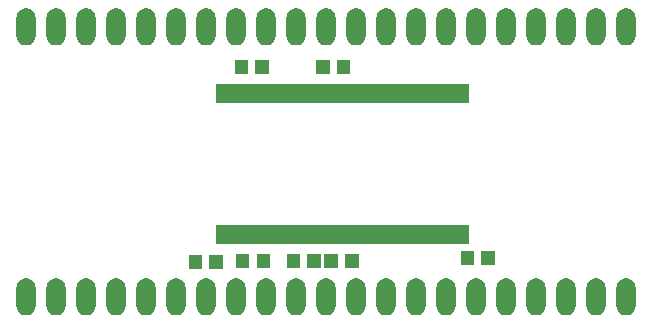
<source format=gts>
G04 #@! TF.GenerationSoftware,KiCad,Pcbnew,(5.0.2)-1*
G04 #@! TF.CreationDate,2019-01-04T01:39:08+09:00*
G04 #@! TF.ProjectId,sdram,73647261-6d2e-46b6-9963-61645f706362,v1.0*
G04 #@! TF.SameCoordinates,Original*
G04 #@! TF.FileFunction,Soldermask,Top*
G04 #@! TF.FilePolarity,Negative*
%FSLAX46Y46*%
G04 Gerber Fmt 4.6, Leading zero omitted, Abs format (unit mm)*
G04 Created by KiCad (PCBNEW (5.0.2)-1) date 2019/01/04 1:39:08*
%MOMM*%
%LPD*%
G01*
G04 APERTURE LIST*
%ADD10C,0.150000*%
G04 APERTURE END LIST*
D10*
G36*
X153829376Y-51776764D02*
X153931543Y-51807756D01*
X153982628Y-51823252D01*
X154123865Y-51898745D01*
X154247659Y-52000341D01*
X154349255Y-52124135D01*
X154424748Y-52265372D01*
X154424748Y-52265373D01*
X154471236Y-52418624D01*
X154483000Y-52538067D01*
X154483000Y-54141933D01*
X154471236Y-54261376D01*
X154440244Y-54363543D01*
X154424748Y-54414628D01*
X154349255Y-54555865D01*
X154247659Y-54679659D01*
X154123863Y-54781255D01*
X154058120Y-54816395D01*
X153982627Y-54856748D01*
X153931542Y-54872244D01*
X153829375Y-54903236D01*
X153670000Y-54918933D01*
X153510624Y-54903236D01*
X153408457Y-54872244D01*
X153357372Y-54856748D01*
X153216135Y-54781255D01*
X153092341Y-54679659D01*
X152990746Y-54555864D01*
X152915252Y-54414627D01*
X152899756Y-54363542D01*
X152868764Y-54261375D01*
X152857000Y-54141932D01*
X152857001Y-52538067D01*
X152868765Y-52418624D01*
X152915253Y-52265373D01*
X152915253Y-52265372D01*
X152990746Y-52124135D01*
X153092342Y-52000341D01*
X153216136Y-51898745D01*
X153357373Y-51823252D01*
X153408458Y-51807756D01*
X153510625Y-51776764D01*
X153670000Y-51761067D01*
X153829376Y-51776764D01*
X153829376Y-51776764D01*
G37*
G36*
X143669376Y-51776764D02*
X143771543Y-51807756D01*
X143822628Y-51823252D01*
X143963865Y-51898745D01*
X144087659Y-52000341D01*
X144189255Y-52124135D01*
X144264748Y-52265372D01*
X144264748Y-52265373D01*
X144311236Y-52418624D01*
X144323000Y-52538067D01*
X144323000Y-54141933D01*
X144311236Y-54261376D01*
X144280244Y-54363543D01*
X144264748Y-54414628D01*
X144189255Y-54555865D01*
X144087659Y-54679659D01*
X143963863Y-54781255D01*
X143898120Y-54816395D01*
X143822627Y-54856748D01*
X143771542Y-54872244D01*
X143669375Y-54903236D01*
X143510000Y-54918933D01*
X143350624Y-54903236D01*
X143248457Y-54872244D01*
X143197372Y-54856748D01*
X143056135Y-54781255D01*
X142932341Y-54679659D01*
X142830746Y-54555864D01*
X142755252Y-54414627D01*
X142739756Y-54363542D01*
X142708764Y-54261375D01*
X142697000Y-54141932D01*
X142697001Y-52538067D01*
X142708765Y-52418624D01*
X142755253Y-52265373D01*
X142755253Y-52265372D01*
X142830746Y-52124135D01*
X142932342Y-52000341D01*
X143056136Y-51898745D01*
X143197373Y-51823252D01*
X143248458Y-51807756D01*
X143350625Y-51776764D01*
X143510000Y-51761067D01*
X143669376Y-51776764D01*
X143669376Y-51776764D01*
G37*
G36*
X166529376Y-51776764D02*
X166631543Y-51807756D01*
X166682628Y-51823252D01*
X166823865Y-51898745D01*
X166947659Y-52000341D01*
X167049255Y-52124135D01*
X167124748Y-52265372D01*
X167124748Y-52265373D01*
X167171236Y-52418624D01*
X167183000Y-52538067D01*
X167183000Y-54141933D01*
X167171236Y-54261376D01*
X167140244Y-54363543D01*
X167124748Y-54414628D01*
X167049255Y-54555865D01*
X166947659Y-54679659D01*
X166823863Y-54781255D01*
X166758120Y-54816395D01*
X166682627Y-54856748D01*
X166631542Y-54872244D01*
X166529375Y-54903236D01*
X166370000Y-54918933D01*
X166210624Y-54903236D01*
X166108457Y-54872244D01*
X166057372Y-54856748D01*
X165916135Y-54781255D01*
X165792341Y-54679659D01*
X165690746Y-54555864D01*
X165615252Y-54414627D01*
X165599756Y-54363542D01*
X165568764Y-54261375D01*
X165557000Y-54141932D01*
X165557001Y-52538067D01*
X165568765Y-52418624D01*
X165615253Y-52265373D01*
X165615253Y-52265372D01*
X165690746Y-52124135D01*
X165792342Y-52000341D01*
X165916136Y-51898745D01*
X166057373Y-51823252D01*
X166108458Y-51807756D01*
X166210625Y-51776764D01*
X166370000Y-51761067D01*
X166529376Y-51776764D01*
X166529376Y-51776764D01*
G37*
G36*
X163989376Y-51776764D02*
X164091543Y-51807756D01*
X164142628Y-51823252D01*
X164283865Y-51898745D01*
X164407659Y-52000341D01*
X164509255Y-52124135D01*
X164584748Y-52265372D01*
X164584748Y-52265373D01*
X164631236Y-52418624D01*
X164643000Y-52538067D01*
X164643000Y-54141933D01*
X164631236Y-54261376D01*
X164600244Y-54363543D01*
X164584748Y-54414628D01*
X164509255Y-54555865D01*
X164407659Y-54679659D01*
X164283863Y-54781255D01*
X164218120Y-54816395D01*
X164142627Y-54856748D01*
X164091542Y-54872244D01*
X163989375Y-54903236D01*
X163830000Y-54918933D01*
X163670624Y-54903236D01*
X163568457Y-54872244D01*
X163517372Y-54856748D01*
X163376135Y-54781255D01*
X163252341Y-54679659D01*
X163150746Y-54555864D01*
X163075252Y-54414627D01*
X163059756Y-54363542D01*
X163028764Y-54261375D01*
X163017000Y-54141932D01*
X163017001Y-52538067D01*
X163028765Y-52418624D01*
X163075253Y-52265373D01*
X163075253Y-52265372D01*
X163150746Y-52124135D01*
X163252342Y-52000341D01*
X163376136Y-51898745D01*
X163517373Y-51823252D01*
X163568458Y-51807756D01*
X163670625Y-51776764D01*
X163830000Y-51761067D01*
X163989376Y-51776764D01*
X163989376Y-51776764D01*
G37*
G36*
X161449376Y-51776764D02*
X161551543Y-51807756D01*
X161602628Y-51823252D01*
X161743865Y-51898745D01*
X161867659Y-52000341D01*
X161969255Y-52124135D01*
X162044748Y-52265372D01*
X162044748Y-52265373D01*
X162091236Y-52418624D01*
X162103000Y-52538067D01*
X162103000Y-54141933D01*
X162091236Y-54261376D01*
X162060244Y-54363543D01*
X162044748Y-54414628D01*
X161969255Y-54555865D01*
X161867659Y-54679659D01*
X161743863Y-54781255D01*
X161678120Y-54816395D01*
X161602627Y-54856748D01*
X161551542Y-54872244D01*
X161449375Y-54903236D01*
X161290000Y-54918933D01*
X161130624Y-54903236D01*
X161028457Y-54872244D01*
X160977372Y-54856748D01*
X160836135Y-54781255D01*
X160712341Y-54679659D01*
X160610746Y-54555864D01*
X160535252Y-54414627D01*
X160519756Y-54363542D01*
X160488764Y-54261375D01*
X160477000Y-54141932D01*
X160477001Y-52538067D01*
X160488765Y-52418624D01*
X160535253Y-52265373D01*
X160535253Y-52265372D01*
X160610746Y-52124135D01*
X160712342Y-52000341D01*
X160836136Y-51898745D01*
X160977373Y-51823252D01*
X161028458Y-51807756D01*
X161130625Y-51776764D01*
X161290000Y-51761067D01*
X161449376Y-51776764D01*
X161449376Y-51776764D01*
G37*
G36*
X158909376Y-51776764D02*
X159011543Y-51807756D01*
X159062628Y-51823252D01*
X159203865Y-51898745D01*
X159327659Y-52000341D01*
X159429255Y-52124135D01*
X159504748Y-52265372D01*
X159504748Y-52265373D01*
X159551236Y-52418624D01*
X159563000Y-52538067D01*
X159563000Y-54141933D01*
X159551236Y-54261376D01*
X159520244Y-54363543D01*
X159504748Y-54414628D01*
X159429255Y-54555865D01*
X159327659Y-54679659D01*
X159203863Y-54781255D01*
X159138120Y-54816395D01*
X159062627Y-54856748D01*
X159011542Y-54872244D01*
X158909375Y-54903236D01*
X158750000Y-54918933D01*
X158590624Y-54903236D01*
X158488457Y-54872244D01*
X158437372Y-54856748D01*
X158296135Y-54781255D01*
X158172341Y-54679659D01*
X158070746Y-54555864D01*
X157995252Y-54414627D01*
X157979756Y-54363542D01*
X157948764Y-54261375D01*
X157937000Y-54141932D01*
X157937001Y-52538067D01*
X157948765Y-52418624D01*
X157995253Y-52265373D01*
X157995253Y-52265372D01*
X158070746Y-52124135D01*
X158172342Y-52000341D01*
X158296136Y-51898745D01*
X158437373Y-51823252D01*
X158488458Y-51807756D01*
X158590625Y-51776764D01*
X158750000Y-51761067D01*
X158909376Y-51776764D01*
X158909376Y-51776764D01*
G37*
G36*
X156369376Y-51776764D02*
X156471543Y-51807756D01*
X156522628Y-51823252D01*
X156663865Y-51898745D01*
X156787659Y-52000341D01*
X156889255Y-52124135D01*
X156964748Y-52265372D01*
X156964748Y-52265373D01*
X157011236Y-52418624D01*
X157023000Y-52538067D01*
X157023000Y-54141933D01*
X157011236Y-54261376D01*
X156980244Y-54363543D01*
X156964748Y-54414628D01*
X156889255Y-54555865D01*
X156787659Y-54679659D01*
X156663863Y-54781255D01*
X156598120Y-54816395D01*
X156522627Y-54856748D01*
X156471542Y-54872244D01*
X156369375Y-54903236D01*
X156210000Y-54918933D01*
X156050624Y-54903236D01*
X155948457Y-54872244D01*
X155897372Y-54856748D01*
X155756135Y-54781255D01*
X155632341Y-54679659D01*
X155530746Y-54555864D01*
X155455252Y-54414627D01*
X155439756Y-54363542D01*
X155408764Y-54261375D01*
X155397000Y-54141932D01*
X155397001Y-52538067D01*
X155408765Y-52418624D01*
X155455253Y-52265373D01*
X155455253Y-52265372D01*
X155530746Y-52124135D01*
X155632342Y-52000341D01*
X155756136Y-51898745D01*
X155897373Y-51823252D01*
X155948458Y-51807756D01*
X156050625Y-51776764D01*
X156210000Y-51761067D01*
X156369376Y-51776764D01*
X156369376Y-51776764D01*
G37*
G36*
X151289376Y-51776764D02*
X151391543Y-51807756D01*
X151442628Y-51823252D01*
X151583865Y-51898745D01*
X151707659Y-52000341D01*
X151809255Y-52124135D01*
X151884748Y-52265372D01*
X151884748Y-52265373D01*
X151931236Y-52418624D01*
X151943000Y-52538067D01*
X151943000Y-54141933D01*
X151931236Y-54261376D01*
X151900244Y-54363543D01*
X151884748Y-54414628D01*
X151809255Y-54555865D01*
X151707659Y-54679659D01*
X151583863Y-54781255D01*
X151518120Y-54816395D01*
X151442627Y-54856748D01*
X151391542Y-54872244D01*
X151289375Y-54903236D01*
X151130000Y-54918933D01*
X150970624Y-54903236D01*
X150868457Y-54872244D01*
X150817372Y-54856748D01*
X150676135Y-54781255D01*
X150552341Y-54679659D01*
X150450746Y-54555864D01*
X150375252Y-54414627D01*
X150359756Y-54363542D01*
X150328764Y-54261375D01*
X150317000Y-54141932D01*
X150317001Y-52538067D01*
X150328765Y-52418624D01*
X150375253Y-52265373D01*
X150375253Y-52265372D01*
X150450746Y-52124135D01*
X150552342Y-52000341D01*
X150676136Y-51898745D01*
X150817373Y-51823252D01*
X150868458Y-51807756D01*
X150970625Y-51776764D01*
X151130000Y-51761067D01*
X151289376Y-51776764D01*
X151289376Y-51776764D01*
G37*
G36*
X148749376Y-51776764D02*
X148851543Y-51807756D01*
X148902628Y-51823252D01*
X149043865Y-51898745D01*
X149167659Y-52000341D01*
X149269255Y-52124135D01*
X149344748Y-52265372D01*
X149344748Y-52265373D01*
X149391236Y-52418624D01*
X149403000Y-52538067D01*
X149403000Y-54141933D01*
X149391236Y-54261376D01*
X149360244Y-54363543D01*
X149344748Y-54414628D01*
X149269255Y-54555865D01*
X149167659Y-54679659D01*
X149043863Y-54781255D01*
X148978120Y-54816395D01*
X148902627Y-54856748D01*
X148851542Y-54872244D01*
X148749375Y-54903236D01*
X148590000Y-54918933D01*
X148430624Y-54903236D01*
X148328457Y-54872244D01*
X148277372Y-54856748D01*
X148136135Y-54781255D01*
X148012341Y-54679659D01*
X147910746Y-54555864D01*
X147835252Y-54414627D01*
X147819756Y-54363542D01*
X147788764Y-54261375D01*
X147777000Y-54141932D01*
X147777001Y-52538067D01*
X147788765Y-52418624D01*
X147835253Y-52265373D01*
X147835253Y-52265372D01*
X147910746Y-52124135D01*
X148012342Y-52000341D01*
X148136136Y-51898745D01*
X148277373Y-51823252D01*
X148328458Y-51807756D01*
X148430625Y-51776764D01*
X148590000Y-51761067D01*
X148749376Y-51776764D01*
X148749376Y-51776764D01*
G37*
G36*
X146209376Y-51776764D02*
X146311543Y-51807756D01*
X146362628Y-51823252D01*
X146503865Y-51898745D01*
X146627659Y-52000341D01*
X146729255Y-52124135D01*
X146804748Y-52265372D01*
X146804748Y-52265373D01*
X146851236Y-52418624D01*
X146863000Y-52538067D01*
X146863000Y-54141933D01*
X146851236Y-54261376D01*
X146820244Y-54363543D01*
X146804748Y-54414628D01*
X146729255Y-54555865D01*
X146627659Y-54679659D01*
X146503863Y-54781255D01*
X146438120Y-54816395D01*
X146362627Y-54856748D01*
X146311542Y-54872244D01*
X146209375Y-54903236D01*
X146050000Y-54918933D01*
X145890624Y-54903236D01*
X145788457Y-54872244D01*
X145737372Y-54856748D01*
X145596135Y-54781255D01*
X145472341Y-54679659D01*
X145370746Y-54555864D01*
X145295252Y-54414627D01*
X145279756Y-54363542D01*
X145248764Y-54261375D01*
X145237000Y-54141932D01*
X145237001Y-52538067D01*
X145248765Y-52418624D01*
X145295253Y-52265373D01*
X145295253Y-52265372D01*
X145370746Y-52124135D01*
X145472342Y-52000341D01*
X145596136Y-51898745D01*
X145737373Y-51823252D01*
X145788458Y-51807756D01*
X145890625Y-51776764D01*
X146050000Y-51761067D01*
X146209376Y-51776764D01*
X146209376Y-51776764D01*
G37*
G36*
X169069376Y-51776764D02*
X169171543Y-51807756D01*
X169222628Y-51823252D01*
X169363865Y-51898745D01*
X169487659Y-52000341D01*
X169589255Y-52124135D01*
X169664748Y-52265372D01*
X169664748Y-52265373D01*
X169711236Y-52418624D01*
X169723000Y-52538067D01*
X169723000Y-54141933D01*
X169711236Y-54261376D01*
X169680244Y-54363543D01*
X169664748Y-54414628D01*
X169589255Y-54555865D01*
X169487659Y-54679659D01*
X169363863Y-54781255D01*
X169298120Y-54816395D01*
X169222627Y-54856748D01*
X169171542Y-54872244D01*
X169069375Y-54903236D01*
X168910000Y-54918933D01*
X168750624Y-54903236D01*
X168648457Y-54872244D01*
X168597372Y-54856748D01*
X168456135Y-54781255D01*
X168332341Y-54679659D01*
X168230746Y-54555864D01*
X168155252Y-54414627D01*
X168139756Y-54363542D01*
X168108764Y-54261375D01*
X168097000Y-54141932D01*
X168097001Y-52538067D01*
X168108765Y-52418624D01*
X168155253Y-52265373D01*
X168155253Y-52265372D01*
X168230746Y-52124135D01*
X168332342Y-52000341D01*
X168456136Y-51898745D01*
X168597373Y-51823252D01*
X168648458Y-51807756D01*
X168750625Y-51776764D01*
X168910000Y-51761067D01*
X169069376Y-51776764D01*
X169069376Y-51776764D01*
G37*
G36*
X120809376Y-51776764D02*
X120911543Y-51807756D01*
X120962628Y-51823252D01*
X121103865Y-51898745D01*
X121227659Y-52000341D01*
X121329255Y-52124135D01*
X121404748Y-52265372D01*
X121404748Y-52265373D01*
X121451236Y-52418624D01*
X121463000Y-52538067D01*
X121463000Y-54141933D01*
X121451236Y-54261376D01*
X121420244Y-54363543D01*
X121404748Y-54414628D01*
X121329255Y-54555865D01*
X121227659Y-54679659D01*
X121103863Y-54781255D01*
X121038120Y-54816395D01*
X120962627Y-54856748D01*
X120911542Y-54872244D01*
X120809375Y-54903236D01*
X120650000Y-54918933D01*
X120490624Y-54903236D01*
X120388457Y-54872244D01*
X120337372Y-54856748D01*
X120196135Y-54781255D01*
X120072341Y-54679659D01*
X119970746Y-54555864D01*
X119895252Y-54414627D01*
X119879756Y-54363542D01*
X119848764Y-54261375D01*
X119837000Y-54141932D01*
X119837001Y-52538067D01*
X119848765Y-52418624D01*
X119895253Y-52265373D01*
X119895253Y-52265372D01*
X119970746Y-52124135D01*
X120072342Y-52000341D01*
X120196136Y-51898745D01*
X120337373Y-51823252D01*
X120388458Y-51807756D01*
X120490625Y-51776764D01*
X120650000Y-51761067D01*
X120809376Y-51776764D01*
X120809376Y-51776764D01*
G37*
G36*
X118269376Y-51776764D02*
X118371543Y-51807756D01*
X118422628Y-51823252D01*
X118563865Y-51898745D01*
X118687659Y-52000341D01*
X118789255Y-52124135D01*
X118864748Y-52265372D01*
X118864748Y-52265373D01*
X118911236Y-52418624D01*
X118923000Y-52538067D01*
X118923000Y-54141933D01*
X118911236Y-54261376D01*
X118880244Y-54363543D01*
X118864748Y-54414628D01*
X118789255Y-54555865D01*
X118687659Y-54679659D01*
X118563863Y-54781255D01*
X118498120Y-54816395D01*
X118422627Y-54856748D01*
X118371542Y-54872244D01*
X118269375Y-54903236D01*
X118110000Y-54918933D01*
X117950624Y-54903236D01*
X117848457Y-54872244D01*
X117797372Y-54856748D01*
X117656135Y-54781255D01*
X117532341Y-54679659D01*
X117430746Y-54555864D01*
X117355252Y-54414627D01*
X117339756Y-54363542D01*
X117308764Y-54261375D01*
X117297000Y-54141932D01*
X117297001Y-52538067D01*
X117308765Y-52418624D01*
X117355253Y-52265373D01*
X117355253Y-52265372D01*
X117430746Y-52124135D01*
X117532342Y-52000341D01*
X117656136Y-51898745D01*
X117797373Y-51823252D01*
X117848458Y-51807756D01*
X117950625Y-51776764D01*
X118110000Y-51761067D01*
X118269376Y-51776764D01*
X118269376Y-51776764D01*
G37*
G36*
X141129376Y-51776764D02*
X141231543Y-51807756D01*
X141282628Y-51823252D01*
X141423865Y-51898745D01*
X141547659Y-52000341D01*
X141649255Y-52124135D01*
X141724748Y-52265372D01*
X141724748Y-52265373D01*
X141771236Y-52418624D01*
X141783000Y-52538067D01*
X141783000Y-54141933D01*
X141771236Y-54261376D01*
X141740244Y-54363543D01*
X141724748Y-54414628D01*
X141649255Y-54555865D01*
X141547659Y-54679659D01*
X141423863Y-54781255D01*
X141358120Y-54816395D01*
X141282627Y-54856748D01*
X141231542Y-54872244D01*
X141129375Y-54903236D01*
X140970000Y-54918933D01*
X140810624Y-54903236D01*
X140708457Y-54872244D01*
X140657372Y-54856748D01*
X140516135Y-54781255D01*
X140392341Y-54679659D01*
X140290746Y-54555864D01*
X140215252Y-54414627D01*
X140199756Y-54363542D01*
X140168764Y-54261375D01*
X140157000Y-54141932D01*
X140157001Y-52538067D01*
X140168765Y-52418624D01*
X140215253Y-52265373D01*
X140215253Y-52265372D01*
X140290746Y-52124135D01*
X140392342Y-52000341D01*
X140516136Y-51898745D01*
X140657373Y-51823252D01*
X140708458Y-51807756D01*
X140810625Y-51776764D01*
X140970000Y-51761067D01*
X141129376Y-51776764D01*
X141129376Y-51776764D01*
G37*
G36*
X123349376Y-51776764D02*
X123451543Y-51807756D01*
X123502628Y-51823252D01*
X123643865Y-51898745D01*
X123767659Y-52000341D01*
X123869255Y-52124135D01*
X123944748Y-52265372D01*
X123944748Y-52265373D01*
X123991236Y-52418624D01*
X124003000Y-52538067D01*
X124003000Y-54141933D01*
X123991236Y-54261376D01*
X123960244Y-54363543D01*
X123944748Y-54414628D01*
X123869255Y-54555865D01*
X123767659Y-54679659D01*
X123643863Y-54781255D01*
X123578120Y-54816395D01*
X123502627Y-54856748D01*
X123451542Y-54872244D01*
X123349375Y-54903236D01*
X123190000Y-54918933D01*
X123030624Y-54903236D01*
X122928457Y-54872244D01*
X122877372Y-54856748D01*
X122736135Y-54781255D01*
X122612341Y-54679659D01*
X122510746Y-54555864D01*
X122435252Y-54414627D01*
X122419756Y-54363542D01*
X122388764Y-54261375D01*
X122377000Y-54141932D01*
X122377001Y-52538067D01*
X122388765Y-52418624D01*
X122435253Y-52265373D01*
X122435253Y-52265372D01*
X122510746Y-52124135D01*
X122612342Y-52000341D01*
X122736136Y-51898745D01*
X122877373Y-51823252D01*
X122928458Y-51807756D01*
X123030625Y-51776764D01*
X123190000Y-51761067D01*
X123349376Y-51776764D01*
X123349376Y-51776764D01*
G37*
G36*
X125889376Y-51776764D02*
X125991543Y-51807756D01*
X126042628Y-51823252D01*
X126183865Y-51898745D01*
X126307659Y-52000341D01*
X126409255Y-52124135D01*
X126484748Y-52265372D01*
X126484748Y-52265373D01*
X126531236Y-52418624D01*
X126543000Y-52538067D01*
X126543000Y-54141933D01*
X126531236Y-54261376D01*
X126500244Y-54363543D01*
X126484748Y-54414628D01*
X126409255Y-54555865D01*
X126307659Y-54679659D01*
X126183863Y-54781255D01*
X126118120Y-54816395D01*
X126042627Y-54856748D01*
X125991542Y-54872244D01*
X125889375Y-54903236D01*
X125730000Y-54918933D01*
X125570624Y-54903236D01*
X125468457Y-54872244D01*
X125417372Y-54856748D01*
X125276135Y-54781255D01*
X125152341Y-54679659D01*
X125050746Y-54555864D01*
X124975252Y-54414627D01*
X124959756Y-54363542D01*
X124928764Y-54261375D01*
X124917000Y-54141932D01*
X124917001Y-52538067D01*
X124928765Y-52418624D01*
X124975253Y-52265373D01*
X124975253Y-52265372D01*
X125050746Y-52124135D01*
X125152342Y-52000341D01*
X125276136Y-51898745D01*
X125417373Y-51823252D01*
X125468458Y-51807756D01*
X125570625Y-51776764D01*
X125730000Y-51761067D01*
X125889376Y-51776764D01*
X125889376Y-51776764D01*
G37*
G36*
X128429376Y-51776764D02*
X128531543Y-51807756D01*
X128582628Y-51823252D01*
X128723865Y-51898745D01*
X128847659Y-52000341D01*
X128949255Y-52124135D01*
X129024748Y-52265372D01*
X129024748Y-52265373D01*
X129071236Y-52418624D01*
X129083000Y-52538067D01*
X129083000Y-54141933D01*
X129071236Y-54261376D01*
X129040244Y-54363543D01*
X129024748Y-54414628D01*
X128949255Y-54555865D01*
X128847659Y-54679659D01*
X128723863Y-54781255D01*
X128658120Y-54816395D01*
X128582627Y-54856748D01*
X128531542Y-54872244D01*
X128429375Y-54903236D01*
X128270000Y-54918933D01*
X128110624Y-54903236D01*
X128008457Y-54872244D01*
X127957372Y-54856748D01*
X127816135Y-54781255D01*
X127692341Y-54679659D01*
X127590746Y-54555864D01*
X127515252Y-54414627D01*
X127499756Y-54363542D01*
X127468764Y-54261375D01*
X127457000Y-54141932D01*
X127457001Y-52538067D01*
X127468765Y-52418624D01*
X127515253Y-52265373D01*
X127515253Y-52265372D01*
X127590746Y-52124135D01*
X127692342Y-52000341D01*
X127816136Y-51898745D01*
X127957373Y-51823252D01*
X128008458Y-51807756D01*
X128110625Y-51776764D01*
X128270000Y-51761067D01*
X128429376Y-51776764D01*
X128429376Y-51776764D01*
G37*
G36*
X130969376Y-51776764D02*
X131071543Y-51807756D01*
X131122628Y-51823252D01*
X131263865Y-51898745D01*
X131387659Y-52000341D01*
X131489255Y-52124135D01*
X131564748Y-52265372D01*
X131564748Y-52265373D01*
X131611236Y-52418624D01*
X131623000Y-52538067D01*
X131623000Y-54141933D01*
X131611236Y-54261376D01*
X131580244Y-54363543D01*
X131564748Y-54414628D01*
X131489255Y-54555865D01*
X131387659Y-54679659D01*
X131263863Y-54781255D01*
X131198120Y-54816395D01*
X131122627Y-54856748D01*
X131071542Y-54872244D01*
X130969375Y-54903236D01*
X130810000Y-54918933D01*
X130650624Y-54903236D01*
X130548457Y-54872244D01*
X130497372Y-54856748D01*
X130356135Y-54781255D01*
X130232341Y-54679659D01*
X130130746Y-54555864D01*
X130055252Y-54414627D01*
X130039756Y-54363542D01*
X130008764Y-54261375D01*
X129997000Y-54141932D01*
X129997001Y-52538067D01*
X130008765Y-52418624D01*
X130055253Y-52265373D01*
X130055253Y-52265372D01*
X130130746Y-52124135D01*
X130232342Y-52000341D01*
X130356136Y-51898745D01*
X130497373Y-51823252D01*
X130548458Y-51807756D01*
X130650625Y-51776764D01*
X130810000Y-51761067D01*
X130969376Y-51776764D01*
X130969376Y-51776764D01*
G37*
G36*
X133509376Y-51776764D02*
X133611543Y-51807756D01*
X133662628Y-51823252D01*
X133803865Y-51898745D01*
X133927659Y-52000341D01*
X134029255Y-52124135D01*
X134104748Y-52265372D01*
X134104748Y-52265373D01*
X134151236Y-52418624D01*
X134163000Y-52538067D01*
X134163000Y-54141933D01*
X134151236Y-54261376D01*
X134120244Y-54363543D01*
X134104748Y-54414628D01*
X134029255Y-54555865D01*
X133927659Y-54679659D01*
X133803863Y-54781255D01*
X133738120Y-54816395D01*
X133662627Y-54856748D01*
X133611542Y-54872244D01*
X133509375Y-54903236D01*
X133350000Y-54918933D01*
X133190624Y-54903236D01*
X133088457Y-54872244D01*
X133037372Y-54856748D01*
X132896135Y-54781255D01*
X132772341Y-54679659D01*
X132670746Y-54555864D01*
X132595252Y-54414627D01*
X132579756Y-54363542D01*
X132548764Y-54261375D01*
X132537000Y-54141932D01*
X132537001Y-52538067D01*
X132548765Y-52418624D01*
X132595253Y-52265373D01*
X132595253Y-52265372D01*
X132670746Y-52124135D01*
X132772342Y-52000341D01*
X132896136Y-51898745D01*
X133037373Y-51823252D01*
X133088458Y-51807756D01*
X133190625Y-51776764D01*
X133350000Y-51761067D01*
X133509376Y-51776764D01*
X133509376Y-51776764D01*
G37*
G36*
X136049376Y-51776764D02*
X136151543Y-51807756D01*
X136202628Y-51823252D01*
X136343865Y-51898745D01*
X136467659Y-52000341D01*
X136569255Y-52124135D01*
X136644748Y-52265372D01*
X136644748Y-52265373D01*
X136691236Y-52418624D01*
X136703000Y-52538067D01*
X136703000Y-54141933D01*
X136691236Y-54261376D01*
X136660244Y-54363543D01*
X136644748Y-54414628D01*
X136569255Y-54555865D01*
X136467659Y-54679659D01*
X136343863Y-54781255D01*
X136278120Y-54816395D01*
X136202627Y-54856748D01*
X136151542Y-54872244D01*
X136049375Y-54903236D01*
X135890000Y-54918933D01*
X135730624Y-54903236D01*
X135628457Y-54872244D01*
X135577372Y-54856748D01*
X135436135Y-54781255D01*
X135312341Y-54679659D01*
X135210746Y-54555864D01*
X135135252Y-54414627D01*
X135119756Y-54363542D01*
X135088764Y-54261375D01*
X135077000Y-54141932D01*
X135077001Y-52538067D01*
X135088765Y-52418624D01*
X135135253Y-52265373D01*
X135135253Y-52265372D01*
X135210746Y-52124135D01*
X135312342Y-52000341D01*
X135436136Y-51898745D01*
X135577373Y-51823252D01*
X135628458Y-51807756D01*
X135730625Y-51776764D01*
X135890000Y-51761067D01*
X136049376Y-51776764D01*
X136049376Y-51776764D01*
G37*
G36*
X138589376Y-51776764D02*
X138691543Y-51807756D01*
X138742628Y-51823252D01*
X138883865Y-51898745D01*
X139007659Y-52000341D01*
X139109255Y-52124135D01*
X139184748Y-52265372D01*
X139184748Y-52265373D01*
X139231236Y-52418624D01*
X139243000Y-52538067D01*
X139243000Y-54141933D01*
X139231236Y-54261376D01*
X139200244Y-54363543D01*
X139184748Y-54414628D01*
X139109255Y-54555865D01*
X139007659Y-54679659D01*
X138883863Y-54781255D01*
X138818120Y-54816395D01*
X138742627Y-54856748D01*
X138691542Y-54872244D01*
X138589375Y-54903236D01*
X138430000Y-54918933D01*
X138270624Y-54903236D01*
X138168457Y-54872244D01*
X138117372Y-54856748D01*
X137976135Y-54781255D01*
X137852341Y-54679659D01*
X137750746Y-54555864D01*
X137675252Y-54414627D01*
X137659756Y-54363542D01*
X137628764Y-54261375D01*
X137617000Y-54141932D01*
X137617001Y-52538067D01*
X137628765Y-52418624D01*
X137675253Y-52265373D01*
X137675253Y-52265372D01*
X137750746Y-52124135D01*
X137852342Y-52000341D01*
X137976136Y-51898745D01*
X138117373Y-51823252D01*
X138168458Y-51807756D01*
X138270625Y-51776764D01*
X138430000Y-51761067D01*
X138589376Y-51776764D01*
X138589376Y-51776764D01*
G37*
G36*
X134775510Y-50990750D02*
X133624490Y-50990750D01*
X133624490Y-49809250D01*
X134775510Y-49809250D01*
X134775510Y-50990750D01*
X134775510Y-50990750D01*
G37*
G36*
X133027990Y-50990750D02*
X131876970Y-50990750D01*
X131876970Y-49809250D01*
X133027990Y-49809250D01*
X133027990Y-50990750D01*
X133027990Y-50990750D01*
G37*
G36*
X137027750Y-50890750D02*
X135876730Y-50890750D01*
X135876730Y-49709250D01*
X137027750Y-49709250D01*
X137027750Y-50890750D01*
X137027750Y-50890750D01*
G37*
G36*
X138775270Y-50890750D02*
X137624250Y-50890750D01*
X137624250Y-49709250D01*
X138775270Y-49709250D01*
X138775270Y-50890750D01*
X138775270Y-50890750D01*
G37*
G36*
X141327750Y-50890750D02*
X140176730Y-50890750D01*
X140176730Y-49709250D01*
X141327750Y-49709250D01*
X141327750Y-50890750D01*
X141327750Y-50890750D01*
G37*
G36*
X143075270Y-50890750D02*
X141924250Y-50890750D01*
X141924250Y-49709250D01*
X143075270Y-49709250D01*
X143075270Y-50890750D01*
X143075270Y-50890750D01*
G37*
G36*
X144525750Y-50890750D02*
X143374730Y-50890750D01*
X143374730Y-49709250D01*
X144525750Y-49709250D01*
X144525750Y-50890750D01*
X144525750Y-50890750D01*
G37*
G36*
X146273270Y-50890750D02*
X145122250Y-50890750D01*
X145122250Y-49709250D01*
X146273270Y-49709250D01*
X146273270Y-50890750D01*
X146273270Y-50890750D01*
G37*
G36*
X156051750Y-50690750D02*
X154900730Y-50690750D01*
X154900730Y-49509250D01*
X156051750Y-49509250D01*
X156051750Y-50690750D01*
X156051750Y-50690750D01*
G37*
G36*
X157799270Y-50690750D02*
X156648250Y-50690750D01*
X156648250Y-49509250D01*
X157799270Y-49509250D01*
X157799270Y-50690750D01*
X157799270Y-50690750D01*
G37*
G36*
X155626000Y-48901000D02*
X134174000Y-48901000D01*
X134174000Y-47299000D01*
X155626000Y-47299000D01*
X155626000Y-48901000D01*
X155626000Y-48901000D01*
G37*
G36*
X155626000Y-36901000D02*
X134174000Y-36901000D01*
X134174000Y-35299000D01*
X155626000Y-35299000D01*
X155626000Y-36901000D01*
X155626000Y-36901000D01*
G37*
G36*
X143827750Y-34490750D02*
X142676730Y-34490750D01*
X142676730Y-33309250D01*
X143827750Y-33309250D01*
X143827750Y-34490750D01*
X143827750Y-34490750D01*
G37*
G36*
X145575270Y-34490750D02*
X144424250Y-34490750D01*
X144424250Y-33309250D01*
X145575270Y-33309250D01*
X145575270Y-34490750D01*
X145575270Y-34490750D01*
G37*
G36*
X138675270Y-34440750D02*
X137524250Y-34440750D01*
X137524250Y-33259250D01*
X138675270Y-33259250D01*
X138675270Y-34440750D01*
X138675270Y-34440750D01*
G37*
G36*
X136927750Y-34440750D02*
X135776730Y-34440750D01*
X135776730Y-33259250D01*
X136927750Y-33259250D01*
X136927750Y-34440750D01*
X136927750Y-34440750D01*
G37*
G36*
X158909375Y-28916764D02*
X159011542Y-28947756D01*
X159062627Y-28963252D01*
X159138120Y-29003605D01*
X159203863Y-29038745D01*
X159203865Y-29038746D01*
X159203864Y-29038746D01*
X159327659Y-29140341D01*
X159429255Y-29264135D01*
X159504748Y-29405372D01*
X159520244Y-29456457D01*
X159551236Y-29558624D01*
X159563000Y-29678067D01*
X159563000Y-31281933D01*
X159551236Y-31401376D01*
X159520244Y-31503543D01*
X159504748Y-31554628D01*
X159429255Y-31695865D01*
X159327659Y-31819659D01*
X159203865Y-31921255D01*
X159062628Y-31996748D01*
X159011543Y-32012244D01*
X158909376Y-32043236D01*
X158750000Y-32058933D01*
X158590625Y-32043236D01*
X158488458Y-32012244D01*
X158437373Y-31996748D01*
X158296136Y-31921255D01*
X158172342Y-31819659D01*
X158070746Y-31695865D01*
X157995253Y-31554628D01*
X157979757Y-31503543D01*
X157948765Y-31401376D01*
X157937001Y-31281933D01*
X157937000Y-29678068D01*
X157948764Y-29558625D01*
X157995252Y-29405374D01*
X157995252Y-29405373D01*
X158070746Y-29264136D01*
X158172341Y-29140341D01*
X158296135Y-29038745D01*
X158437372Y-28963252D01*
X158488457Y-28947756D01*
X158590624Y-28916764D01*
X158750000Y-28901067D01*
X158909375Y-28916764D01*
X158909375Y-28916764D01*
G37*
G36*
X120809375Y-28916764D02*
X120911542Y-28947756D01*
X120962627Y-28963252D01*
X121038120Y-29003605D01*
X121103863Y-29038745D01*
X121103865Y-29038746D01*
X121103864Y-29038746D01*
X121227659Y-29140341D01*
X121329255Y-29264135D01*
X121404748Y-29405372D01*
X121420244Y-29456457D01*
X121451236Y-29558624D01*
X121463000Y-29678067D01*
X121463000Y-31281933D01*
X121451236Y-31401376D01*
X121420244Y-31503543D01*
X121404748Y-31554628D01*
X121329255Y-31695865D01*
X121227659Y-31819659D01*
X121103865Y-31921255D01*
X120962628Y-31996748D01*
X120911543Y-32012244D01*
X120809376Y-32043236D01*
X120650000Y-32058933D01*
X120490625Y-32043236D01*
X120388458Y-32012244D01*
X120337373Y-31996748D01*
X120196136Y-31921255D01*
X120072342Y-31819659D01*
X119970746Y-31695865D01*
X119895253Y-31554628D01*
X119879757Y-31503543D01*
X119848765Y-31401376D01*
X119837001Y-31281933D01*
X119837000Y-29678068D01*
X119848764Y-29558625D01*
X119895252Y-29405374D01*
X119895252Y-29405373D01*
X119970746Y-29264136D01*
X120072341Y-29140341D01*
X120196135Y-29038745D01*
X120337372Y-28963252D01*
X120388457Y-28947756D01*
X120490624Y-28916764D01*
X120650000Y-28901067D01*
X120809375Y-28916764D01*
X120809375Y-28916764D01*
G37*
G36*
X161449375Y-28916764D02*
X161551542Y-28947756D01*
X161602627Y-28963252D01*
X161678120Y-29003605D01*
X161743863Y-29038745D01*
X161743865Y-29038746D01*
X161743864Y-29038746D01*
X161867659Y-29140341D01*
X161969255Y-29264135D01*
X162044748Y-29405372D01*
X162060244Y-29456457D01*
X162091236Y-29558624D01*
X162103000Y-29678067D01*
X162103000Y-31281933D01*
X162091236Y-31401376D01*
X162060244Y-31503543D01*
X162044748Y-31554628D01*
X161969255Y-31695865D01*
X161867659Y-31819659D01*
X161743865Y-31921255D01*
X161602628Y-31996748D01*
X161551543Y-32012244D01*
X161449376Y-32043236D01*
X161290000Y-32058933D01*
X161130625Y-32043236D01*
X161028458Y-32012244D01*
X160977373Y-31996748D01*
X160836136Y-31921255D01*
X160712342Y-31819659D01*
X160610746Y-31695865D01*
X160535253Y-31554628D01*
X160519757Y-31503543D01*
X160488765Y-31401376D01*
X160477001Y-31281933D01*
X160477000Y-29678068D01*
X160488764Y-29558625D01*
X160535252Y-29405374D01*
X160535252Y-29405373D01*
X160610746Y-29264136D01*
X160712341Y-29140341D01*
X160836135Y-29038745D01*
X160977372Y-28963252D01*
X161028457Y-28947756D01*
X161130624Y-28916764D01*
X161290000Y-28901067D01*
X161449375Y-28916764D01*
X161449375Y-28916764D01*
G37*
G36*
X163989375Y-28916764D02*
X164091542Y-28947756D01*
X164142627Y-28963252D01*
X164218120Y-29003605D01*
X164283863Y-29038745D01*
X164283865Y-29038746D01*
X164283864Y-29038746D01*
X164407659Y-29140341D01*
X164509255Y-29264135D01*
X164584748Y-29405372D01*
X164600244Y-29456457D01*
X164631236Y-29558624D01*
X164643000Y-29678067D01*
X164643000Y-31281933D01*
X164631236Y-31401376D01*
X164600244Y-31503543D01*
X164584748Y-31554628D01*
X164509255Y-31695865D01*
X164407659Y-31819659D01*
X164283865Y-31921255D01*
X164142628Y-31996748D01*
X164091543Y-32012244D01*
X163989376Y-32043236D01*
X163830000Y-32058933D01*
X163670625Y-32043236D01*
X163568458Y-32012244D01*
X163517373Y-31996748D01*
X163376136Y-31921255D01*
X163252342Y-31819659D01*
X163150746Y-31695865D01*
X163075253Y-31554628D01*
X163059757Y-31503543D01*
X163028765Y-31401376D01*
X163017001Y-31281933D01*
X163017000Y-29678068D01*
X163028764Y-29558625D01*
X163075252Y-29405374D01*
X163075252Y-29405373D01*
X163150746Y-29264136D01*
X163252341Y-29140341D01*
X163376135Y-29038745D01*
X163517372Y-28963252D01*
X163568457Y-28947756D01*
X163670624Y-28916764D01*
X163830000Y-28901067D01*
X163989375Y-28916764D01*
X163989375Y-28916764D01*
G37*
G36*
X166529375Y-28916764D02*
X166631542Y-28947756D01*
X166682627Y-28963252D01*
X166758120Y-29003605D01*
X166823863Y-29038745D01*
X166823865Y-29038746D01*
X166823864Y-29038746D01*
X166947659Y-29140341D01*
X167049255Y-29264135D01*
X167124748Y-29405372D01*
X167140244Y-29456457D01*
X167171236Y-29558624D01*
X167183000Y-29678067D01*
X167183000Y-31281933D01*
X167171236Y-31401376D01*
X167140244Y-31503543D01*
X167124748Y-31554628D01*
X167049255Y-31695865D01*
X166947659Y-31819659D01*
X166823865Y-31921255D01*
X166682628Y-31996748D01*
X166631543Y-32012244D01*
X166529376Y-32043236D01*
X166370000Y-32058933D01*
X166210625Y-32043236D01*
X166108458Y-32012244D01*
X166057373Y-31996748D01*
X165916136Y-31921255D01*
X165792342Y-31819659D01*
X165690746Y-31695865D01*
X165615253Y-31554628D01*
X165599757Y-31503543D01*
X165568765Y-31401376D01*
X165557001Y-31281933D01*
X165557000Y-29678068D01*
X165568764Y-29558625D01*
X165615252Y-29405374D01*
X165615252Y-29405373D01*
X165690746Y-29264136D01*
X165792341Y-29140341D01*
X165916135Y-29038745D01*
X166057372Y-28963252D01*
X166108457Y-28947756D01*
X166210624Y-28916764D01*
X166370000Y-28901067D01*
X166529375Y-28916764D01*
X166529375Y-28916764D01*
G37*
G36*
X169069375Y-28916764D02*
X169171542Y-28947756D01*
X169222627Y-28963252D01*
X169298120Y-29003605D01*
X169363863Y-29038745D01*
X169363865Y-29038746D01*
X169363864Y-29038746D01*
X169487659Y-29140341D01*
X169589255Y-29264135D01*
X169664748Y-29405372D01*
X169680244Y-29456457D01*
X169711236Y-29558624D01*
X169723000Y-29678067D01*
X169723000Y-31281933D01*
X169711236Y-31401376D01*
X169680244Y-31503543D01*
X169664748Y-31554628D01*
X169589255Y-31695865D01*
X169487659Y-31819659D01*
X169363865Y-31921255D01*
X169222628Y-31996748D01*
X169171543Y-32012244D01*
X169069376Y-32043236D01*
X168910000Y-32058933D01*
X168750625Y-32043236D01*
X168648458Y-32012244D01*
X168597373Y-31996748D01*
X168456136Y-31921255D01*
X168332342Y-31819659D01*
X168230746Y-31695865D01*
X168155253Y-31554628D01*
X168139757Y-31503543D01*
X168108765Y-31401376D01*
X168097001Y-31281933D01*
X168097000Y-29678068D01*
X168108764Y-29558625D01*
X168155252Y-29405374D01*
X168155252Y-29405373D01*
X168230746Y-29264136D01*
X168332341Y-29140341D01*
X168456135Y-29038745D01*
X168597372Y-28963252D01*
X168648457Y-28947756D01*
X168750624Y-28916764D01*
X168910000Y-28901067D01*
X169069375Y-28916764D01*
X169069375Y-28916764D01*
G37*
G36*
X143669375Y-28916764D02*
X143771542Y-28947756D01*
X143822627Y-28963252D01*
X143898120Y-29003605D01*
X143963863Y-29038745D01*
X143963865Y-29038746D01*
X143963864Y-29038746D01*
X144087659Y-29140341D01*
X144189255Y-29264135D01*
X144264748Y-29405372D01*
X144280244Y-29456457D01*
X144311236Y-29558624D01*
X144323000Y-29678067D01*
X144323000Y-31281933D01*
X144311236Y-31401376D01*
X144280244Y-31503543D01*
X144264748Y-31554628D01*
X144189255Y-31695865D01*
X144087659Y-31819659D01*
X143963865Y-31921255D01*
X143822628Y-31996748D01*
X143771543Y-32012244D01*
X143669376Y-32043236D01*
X143510000Y-32058933D01*
X143350625Y-32043236D01*
X143248458Y-32012244D01*
X143197373Y-31996748D01*
X143056136Y-31921255D01*
X142932342Y-31819659D01*
X142830746Y-31695865D01*
X142755253Y-31554628D01*
X142739757Y-31503543D01*
X142708765Y-31401376D01*
X142697001Y-31281933D01*
X142697000Y-29678068D01*
X142708764Y-29558625D01*
X142755252Y-29405374D01*
X142755252Y-29405373D01*
X142830746Y-29264136D01*
X142932341Y-29140341D01*
X143056135Y-29038745D01*
X143197372Y-28963252D01*
X143248457Y-28947756D01*
X143350624Y-28916764D01*
X143510000Y-28901067D01*
X143669375Y-28916764D01*
X143669375Y-28916764D01*
G37*
G36*
X128429375Y-28916764D02*
X128531542Y-28947756D01*
X128582627Y-28963252D01*
X128658120Y-29003605D01*
X128723863Y-29038745D01*
X128723865Y-29038746D01*
X128723864Y-29038746D01*
X128847659Y-29140341D01*
X128949255Y-29264135D01*
X129024748Y-29405372D01*
X129040244Y-29456457D01*
X129071236Y-29558624D01*
X129083000Y-29678067D01*
X129083000Y-31281933D01*
X129071236Y-31401376D01*
X129040244Y-31503543D01*
X129024748Y-31554628D01*
X128949255Y-31695865D01*
X128847659Y-31819659D01*
X128723865Y-31921255D01*
X128582628Y-31996748D01*
X128531543Y-32012244D01*
X128429376Y-32043236D01*
X128270000Y-32058933D01*
X128110625Y-32043236D01*
X128008458Y-32012244D01*
X127957373Y-31996748D01*
X127816136Y-31921255D01*
X127692342Y-31819659D01*
X127590746Y-31695865D01*
X127515253Y-31554628D01*
X127499757Y-31503543D01*
X127468765Y-31401376D01*
X127457001Y-31281933D01*
X127457000Y-29678068D01*
X127468764Y-29558625D01*
X127515252Y-29405374D01*
X127515252Y-29405373D01*
X127590746Y-29264136D01*
X127692341Y-29140341D01*
X127816135Y-29038745D01*
X127957372Y-28963252D01*
X128008457Y-28947756D01*
X128110624Y-28916764D01*
X128270000Y-28901067D01*
X128429375Y-28916764D01*
X128429375Y-28916764D01*
G37*
G36*
X125889375Y-28916764D02*
X125991542Y-28947756D01*
X126042627Y-28963252D01*
X126118120Y-29003605D01*
X126183863Y-29038745D01*
X126183865Y-29038746D01*
X126183864Y-29038746D01*
X126307659Y-29140341D01*
X126409255Y-29264135D01*
X126484748Y-29405372D01*
X126500244Y-29456457D01*
X126531236Y-29558624D01*
X126543000Y-29678067D01*
X126543000Y-31281933D01*
X126531236Y-31401376D01*
X126500244Y-31503543D01*
X126484748Y-31554628D01*
X126409255Y-31695865D01*
X126307659Y-31819659D01*
X126183865Y-31921255D01*
X126042628Y-31996748D01*
X125991543Y-32012244D01*
X125889376Y-32043236D01*
X125730000Y-32058933D01*
X125570625Y-32043236D01*
X125468458Y-32012244D01*
X125417373Y-31996748D01*
X125276136Y-31921255D01*
X125152342Y-31819659D01*
X125050746Y-31695865D01*
X124975253Y-31554628D01*
X124959757Y-31503543D01*
X124928765Y-31401376D01*
X124917001Y-31281933D01*
X124917000Y-29678068D01*
X124928764Y-29558625D01*
X124975252Y-29405374D01*
X124975252Y-29405373D01*
X125050746Y-29264136D01*
X125152341Y-29140341D01*
X125276135Y-29038745D01*
X125417372Y-28963252D01*
X125468457Y-28947756D01*
X125570624Y-28916764D01*
X125730000Y-28901067D01*
X125889375Y-28916764D01*
X125889375Y-28916764D01*
G37*
G36*
X123349375Y-28916764D02*
X123451542Y-28947756D01*
X123502627Y-28963252D01*
X123578120Y-29003605D01*
X123643863Y-29038745D01*
X123643865Y-29038746D01*
X123643864Y-29038746D01*
X123767659Y-29140341D01*
X123869255Y-29264135D01*
X123944748Y-29405372D01*
X123960244Y-29456457D01*
X123991236Y-29558624D01*
X124003000Y-29678067D01*
X124003000Y-31281933D01*
X123991236Y-31401376D01*
X123960244Y-31503543D01*
X123944748Y-31554628D01*
X123869255Y-31695865D01*
X123767659Y-31819659D01*
X123643865Y-31921255D01*
X123502628Y-31996748D01*
X123451543Y-32012244D01*
X123349376Y-32043236D01*
X123190000Y-32058933D01*
X123030625Y-32043236D01*
X122928458Y-32012244D01*
X122877373Y-31996748D01*
X122736136Y-31921255D01*
X122612342Y-31819659D01*
X122510746Y-31695865D01*
X122435253Y-31554628D01*
X122419757Y-31503543D01*
X122388765Y-31401376D01*
X122377001Y-31281933D01*
X122377000Y-29678068D01*
X122388764Y-29558625D01*
X122435252Y-29405374D01*
X122435252Y-29405373D01*
X122510746Y-29264136D01*
X122612341Y-29140341D01*
X122736135Y-29038745D01*
X122877372Y-28963252D01*
X122928457Y-28947756D01*
X123030624Y-28916764D01*
X123190000Y-28901067D01*
X123349375Y-28916764D01*
X123349375Y-28916764D01*
G37*
G36*
X156369375Y-28916764D02*
X156471542Y-28947756D01*
X156522627Y-28963252D01*
X156598120Y-29003605D01*
X156663863Y-29038745D01*
X156663865Y-29038746D01*
X156663864Y-29038746D01*
X156787659Y-29140341D01*
X156889255Y-29264135D01*
X156964748Y-29405372D01*
X156980244Y-29456457D01*
X157011236Y-29558624D01*
X157023000Y-29678067D01*
X157023000Y-31281933D01*
X157011236Y-31401376D01*
X156980244Y-31503543D01*
X156964748Y-31554628D01*
X156889255Y-31695865D01*
X156787659Y-31819659D01*
X156663865Y-31921255D01*
X156522628Y-31996748D01*
X156471543Y-32012244D01*
X156369376Y-32043236D01*
X156210000Y-32058933D01*
X156050625Y-32043236D01*
X155948458Y-32012244D01*
X155897373Y-31996748D01*
X155756136Y-31921255D01*
X155632342Y-31819659D01*
X155530746Y-31695865D01*
X155455253Y-31554628D01*
X155439757Y-31503543D01*
X155408765Y-31401376D01*
X155397001Y-31281933D01*
X155397000Y-29678068D01*
X155408764Y-29558625D01*
X155455252Y-29405374D01*
X155455252Y-29405373D01*
X155530746Y-29264136D01*
X155632341Y-29140341D01*
X155756135Y-29038745D01*
X155897372Y-28963252D01*
X155948457Y-28947756D01*
X156050624Y-28916764D01*
X156210000Y-28901067D01*
X156369375Y-28916764D01*
X156369375Y-28916764D01*
G37*
G36*
X153829375Y-28916764D02*
X153931542Y-28947756D01*
X153982627Y-28963252D01*
X154058120Y-29003605D01*
X154123863Y-29038745D01*
X154123865Y-29038746D01*
X154123864Y-29038746D01*
X154247659Y-29140341D01*
X154349255Y-29264135D01*
X154424748Y-29405372D01*
X154440244Y-29456457D01*
X154471236Y-29558624D01*
X154483000Y-29678067D01*
X154483000Y-31281933D01*
X154471236Y-31401376D01*
X154440244Y-31503543D01*
X154424748Y-31554628D01*
X154349255Y-31695865D01*
X154247659Y-31819659D01*
X154123865Y-31921255D01*
X153982628Y-31996748D01*
X153931543Y-32012244D01*
X153829376Y-32043236D01*
X153670000Y-32058933D01*
X153510625Y-32043236D01*
X153408458Y-32012244D01*
X153357373Y-31996748D01*
X153216136Y-31921255D01*
X153092342Y-31819659D01*
X152990746Y-31695865D01*
X152915253Y-31554628D01*
X152899757Y-31503543D01*
X152868765Y-31401376D01*
X152857001Y-31281933D01*
X152857000Y-29678068D01*
X152868764Y-29558625D01*
X152915252Y-29405374D01*
X152915252Y-29405373D01*
X152990746Y-29264136D01*
X153092341Y-29140341D01*
X153216135Y-29038745D01*
X153357372Y-28963252D01*
X153408457Y-28947756D01*
X153510624Y-28916764D01*
X153670000Y-28901067D01*
X153829375Y-28916764D01*
X153829375Y-28916764D01*
G37*
G36*
X151289375Y-28916764D02*
X151391542Y-28947756D01*
X151442627Y-28963252D01*
X151518120Y-29003605D01*
X151583863Y-29038745D01*
X151583865Y-29038746D01*
X151583864Y-29038746D01*
X151707659Y-29140341D01*
X151809255Y-29264135D01*
X151884748Y-29405372D01*
X151900244Y-29456457D01*
X151931236Y-29558624D01*
X151943000Y-29678067D01*
X151943000Y-31281933D01*
X151931236Y-31401376D01*
X151900244Y-31503543D01*
X151884748Y-31554628D01*
X151809255Y-31695865D01*
X151707659Y-31819659D01*
X151583865Y-31921255D01*
X151442628Y-31996748D01*
X151391543Y-32012244D01*
X151289376Y-32043236D01*
X151130000Y-32058933D01*
X150970625Y-32043236D01*
X150868458Y-32012244D01*
X150817373Y-31996748D01*
X150676136Y-31921255D01*
X150552342Y-31819659D01*
X150450746Y-31695865D01*
X150375253Y-31554628D01*
X150359757Y-31503543D01*
X150328765Y-31401376D01*
X150317001Y-31281933D01*
X150317000Y-29678068D01*
X150328764Y-29558625D01*
X150375252Y-29405374D01*
X150375252Y-29405373D01*
X150450746Y-29264136D01*
X150552341Y-29140341D01*
X150676135Y-29038745D01*
X150817372Y-28963252D01*
X150868457Y-28947756D01*
X150970624Y-28916764D01*
X151130000Y-28901067D01*
X151289375Y-28916764D01*
X151289375Y-28916764D01*
G37*
G36*
X148749375Y-28916764D02*
X148851542Y-28947756D01*
X148902627Y-28963252D01*
X148978120Y-29003605D01*
X149043863Y-29038745D01*
X149043865Y-29038746D01*
X149043864Y-29038746D01*
X149167659Y-29140341D01*
X149269255Y-29264135D01*
X149344748Y-29405372D01*
X149360244Y-29456457D01*
X149391236Y-29558624D01*
X149403000Y-29678067D01*
X149403000Y-31281933D01*
X149391236Y-31401376D01*
X149360244Y-31503543D01*
X149344748Y-31554628D01*
X149269255Y-31695865D01*
X149167659Y-31819659D01*
X149043865Y-31921255D01*
X148902628Y-31996748D01*
X148851543Y-32012244D01*
X148749376Y-32043236D01*
X148590000Y-32058933D01*
X148430625Y-32043236D01*
X148328458Y-32012244D01*
X148277373Y-31996748D01*
X148136136Y-31921255D01*
X148012342Y-31819659D01*
X147910746Y-31695865D01*
X147835253Y-31554628D01*
X147819757Y-31503543D01*
X147788765Y-31401376D01*
X147777001Y-31281933D01*
X147777000Y-29678068D01*
X147788764Y-29558625D01*
X147835252Y-29405374D01*
X147835252Y-29405373D01*
X147910746Y-29264136D01*
X148012341Y-29140341D01*
X148136135Y-29038745D01*
X148277372Y-28963252D01*
X148328457Y-28947756D01*
X148430624Y-28916764D01*
X148590000Y-28901067D01*
X148749375Y-28916764D01*
X148749375Y-28916764D01*
G37*
G36*
X146209375Y-28916764D02*
X146311542Y-28947756D01*
X146362627Y-28963252D01*
X146438120Y-29003605D01*
X146503863Y-29038745D01*
X146503865Y-29038746D01*
X146503864Y-29038746D01*
X146627659Y-29140341D01*
X146729255Y-29264135D01*
X146804748Y-29405372D01*
X146820244Y-29456457D01*
X146851236Y-29558624D01*
X146863000Y-29678067D01*
X146863000Y-31281933D01*
X146851236Y-31401376D01*
X146820244Y-31503543D01*
X146804748Y-31554628D01*
X146729255Y-31695865D01*
X146627659Y-31819659D01*
X146503865Y-31921255D01*
X146362628Y-31996748D01*
X146311543Y-32012244D01*
X146209376Y-32043236D01*
X146050000Y-32058933D01*
X145890625Y-32043236D01*
X145788458Y-32012244D01*
X145737373Y-31996748D01*
X145596136Y-31921255D01*
X145472342Y-31819659D01*
X145370746Y-31695865D01*
X145295253Y-31554628D01*
X145279757Y-31503543D01*
X145248765Y-31401376D01*
X145237001Y-31281933D01*
X145237000Y-29678068D01*
X145248764Y-29558625D01*
X145295252Y-29405374D01*
X145295252Y-29405373D01*
X145370746Y-29264136D01*
X145472341Y-29140341D01*
X145596135Y-29038745D01*
X145737372Y-28963252D01*
X145788457Y-28947756D01*
X145890624Y-28916764D01*
X146050000Y-28901067D01*
X146209375Y-28916764D01*
X146209375Y-28916764D01*
G37*
G36*
X118269375Y-28916764D02*
X118371542Y-28947756D01*
X118422627Y-28963252D01*
X118498120Y-29003605D01*
X118563863Y-29038745D01*
X118563865Y-29038746D01*
X118563864Y-29038746D01*
X118687659Y-29140341D01*
X118789255Y-29264135D01*
X118864748Y-29405372D01*
X118880244Y-29456457D01*
X118911236Y-29558624D01*
X118923000Y-29678067D01*
X118923000Y-31281933D01*
X118911236Y-31401376D01*
X118880244Y-31503543D01*
X118864748Y-31554628D01*
X118789255Y-31695865D01*
X118687659Y-31819659D01*
X118563865Y-31921255D01*
X118422628Y-31996748D01*
X118371543Y-32012244D01*
X118269376Y-32043236D01*
X118110000Y-32058933D01*
X117950625Y-32043236D01*
X117848458Y-32012244D01*
X117797373Y-31996748D01*
X117656136Y-31921255D01*
X117532342Y-31819659D01*
X117430746Y-31695865D01*
X117355253Y-31554628D01*
X117339757Y-31503543D01*
X117308765Y-31401376D01*
X117297001Y-31281933D01*
X117297000Y-29678068D01*
X117308764Y-29558625D01*
X117355252Y-29405374D01*
X117355252Y-29405373D01*
X117430746Y-29264136D01*
X117532341Y-29140341D01*
X117656135Y-29038745D01*
X117797372Y-28963252D01*
X117848457Y-28947756D01*
X117950624Y-28916764D01*
X118110000Y-28901067D01*
X118269375Y-28916764D01*
X118269375Y-28916764D01*
G37*
G36*
X141129375Y-28916764D02*
X141231542Y-28947756D01*
X141282627Y-28963252D01*
X141358120Y-29003605D01*
X141423863Y-29038745D01*
X141423865Y-29038746D01*
X141423864Y-29038746D01*
X141547659Y-29140341D01*
X141649255Y-29264135D01*
X141724748Y-29405372D01*
X141740244Y-29456457D01*
X141771236Y-29558624D01*
X141783000Y-29678067D01*
X141783000Y-31281933D01*
X141771236Y-31401376D01*
X141740244Y-31503543D01*
X141724748Y-31554628D01*
X141649255Y-31695865D01*
X141547659Y-31819659D01*
X141423865Y-31921255D01*
X141282628Y-31996748D01*
X141231543Y-32012244D01*
X141129376Y-32043236D01*
X140970000Y-32058933D01*
X140810625Y-32043236D01*
X140708458Y-32012244D01*
X140657373Y-31996748D01*
X140516136Y-31921255D01*
X140392342Y-31819659D01*
X140290746Y-31695865D01*
X140215253Y-31554628D01*
X140199757Y-31503543D01*
X140168765Y-31401376D01*
X140157001Y-31281933D01*
X140157000Y-29678068D01*
X140168764Y-29558625D01*
X140215252Y-29405374D01*
X140215252Y-29405373D01*
X140290746Y-29264136D01*
X140392341Y-29140341D01*
X140516135Y-29038745D01*
X140657372Y-28963252D01*
X140708457Y-28947756D01*
X140810624Y-28916764D01*
X140970000Y-28901067D01*
X141129375Y-28916764D01*
X141129375Y-28916764D01*
G37*
G36*
X138589375Y-28916764D02*
X138691542Y-28947756D01*
X138742627Y-28963252D01*
X138818120Y-29003605D01*
X138883863Y-29038745D01*
X138883865Y-29038746D01*
X138883864Y-29038746D01*
X139007659Y-29140341D01*
X139109255Y-29264135D01*
X139184748Y-29405372D01*
X139200244Y-29456457D01*
X139231236Y-29558624D01*
X139243000Y-29678067D01*
X139243000Y-31281933D01*
X139231236Y-31401376D01*
X139200244Y-31503543D01*
X139184748Y-31554628D01*
X139109255Y-31695865D01*
X139007659Y-31819659D01*
X138883865Y-31921255D01*
X138742628Y-31996748D01*
X138691543Y-32012244D01*
X138589376Y-32043236D01*
X138430000Y-32058933D01*
X138270625Y-32043236D01*
X138168458Y-32012244D01*
X138117373Y-31996748D01*
X137976136Y-31921255D01*
X137852342Y-31819659D01*
X137750746Y-31695865D01*
X137675253Y-31554628D01*
X137659757Y-31503543D01*
X137628765Y-31401376D01*
X137617001Y-31281933D01*
X137617000Y-29678068D01*
X137628764Y-29558625D01*
X137675252Y-29405374D01*
X137675252Y-29405373D01*
X137750746Y-29264136D01*
X137852341Y-29140341D01*
X137976135Y-29038745D01*
X138117372Y-28963252D01*
X138168457Y-28947756D01*
X138270624Y-28916764D01*
X138430000Y-28901067D01*
X138589375Y-28916764D01*
X138589375Y-28916764D01*
G37*
G36*
X136049375Y-28916764D02*
X136151542Y-28947756D01*
X136202627Y-28963252D01*
X136278120Y-29003605D01*
X136343863Y-29038745D01*
X136343865Y-29038746D01*
X136343864Y-29038746D01*
X136467659Y-29140341D01*
X136569255Y-29264135D01*
X136644748Y-29405372D01*
X136660244Y-29456457D01*
X136691236Y-29558624D01*
X136703000Y-29678067D01*
X136703000Y-31281933D01*
X136691236Y-31401376D01*
X136660244Y-31503543D01*
X136644748Y-31554628D01*
X136569255Y-31695865D01*
X136467659Y-31819659D01*
X136343865Y-31921255D01*
X136202628Y-31996748D01*
X136151543Y-32012244D01*
X136049376Y-32043236D01*
X135890000Y-32058933D01*
X135730625Y-32043236D01*
X135628458Y-32012244D01*
X135577373Y-31996748D01*
X135436136Y-31921255D01*
X135312342Y-31819659D01*
X135210746Y-31695865D01*
X135135253Y-31554628D01*
X135119757Y-31503543D01*
X135088765Y-31401376D01*
X135077001Y-31281933D01*
X135077000Y-29678068D01*
X135088764Y-29558625D01*
X135135252Y-29405374D01*
X135135252Y-29405373D01*
X135210746Y-29264136D01*
X135312341Y-29140341D01*
X135436135Y-29038745D01*
X135577372Y-28963252D01*
X135628457Y-28947756D01*
X135730624Y-28916764D01*
X135890000Y-28901067D01*
X136049375Y-28916764D01*
X136049375Y-28916764D01*
G37*
G36*
X130969375Y-28916764D02*
X131071542Y-28947756D01*
X131122627Y-28963252D01*
X131198120Y-29003605D01*
X131263863Y-29038745D01*
X131263865Y-29038746D01*
X131263864Y-29038746D01*
X131387659Y-29140341D01*
X131489255Y-29264135D01*
X131564748Y-29405372D01*
X131580244Y-29456457D01*
X131611236Y-29558624D01*
X131623000Y-29678067D01*
X131623000Y-31281933D01*
X131611236Y-31401376D01*
X131580244Y-31503543D01*
X131564748Y-31554628D01*
X131489255Y-31695865D01*
X131387659Y-31819659D01*
X131263865Y-31921255D01*
X131122628Y-31996748D01*
X131071543Y-32012244D01*
X130969376Y-32043236D01*
X130810000Y-32058933D01*
X130650625Y-32043236D01*
X130548458Y-32012244D01*
X130497373Y-31996748D01*
X130356136Y-31921255D01*
X130232342Y-31819659D01*
X130130746Y-31695865D01*
X130055253Y-31554628D01*
X130039757Y-31503543D01*
X130008765Y-31401376D01*
X129997001Y-31281933D01*
X129997000Y-29678068D01*
X130008764Y-29558625D01*
X130055252Y-29405374D01*
X130055252Y-29405373D01*
X130130746Y-29264136D01*
X130232341Y-29140341D01*
X130356135Y-29038745D01*
X130497372Y-28963252D01*
X130548457Y-28947756D01*
X130650624Y-28916764D01*
X130810000Y-28901067D01*
X130969375Y-28916764D01*
X130969375Y-28916764D01*
G37*
G36*
X133509375Y-28916764D02*
X133611542Y-28947756D01*
X133662627Y-28963252D01*
X133738120Y-29003605D01*
X133803863Y-29038745D01*
X133803865Y-29038746D01*
X133803864Y-29038746D01*
X133927659Y-29140341D01*
X134029255Y-29264135D01*
X134104748Y-29405372D01*
X134120244Y-29456457D01*
X134151236Y-29558624D01*
X134163000Y-29678067D01*
X134163000Y-31281933D01*
X134151236Y-31401376D01*
X134120244Y-31503543D01*
X134104748Y-31554628D01*
X134029255Y-31695865D01*
X133927659Y-31819659D01*
X133803865Y-31921255D01*
X133662628Y-31996748D01*
X133611543Y-32012244D01*
X133509376Y-32043236D01*
X133350000Y-32058933D01*
X133190625Y-32043236D01*
X133088458Y-32012244D01*
X133037373Y-31996748D01*
X132896136Y-31921255D01*
X132772342Y-31819659D01*
X132670746Y-31695865D01*
X132595253Y-31554628D01*
X132579757Y-31503543D01*
X132548765Y-31401376D01*
X132537001Y-31281933D01*
X132537000Y-29678068D01*
X132548764Y-29558625D01*
X132595252Y-29405374D01*
X132595252Y-29405373D01*
X132670746Y-29264136D01*
X132772341Y-29140341D01*
X132896135Y-29038745D01*
X133037372Y-28963252D01*
X133088457Y-28947756D01*
X133190624Y-28916764D01*
X133350000Y-28901067D01*
X133509375Y-28916764D01*
X133509375Y-28916764D01*
G37*
M02*

</source>
